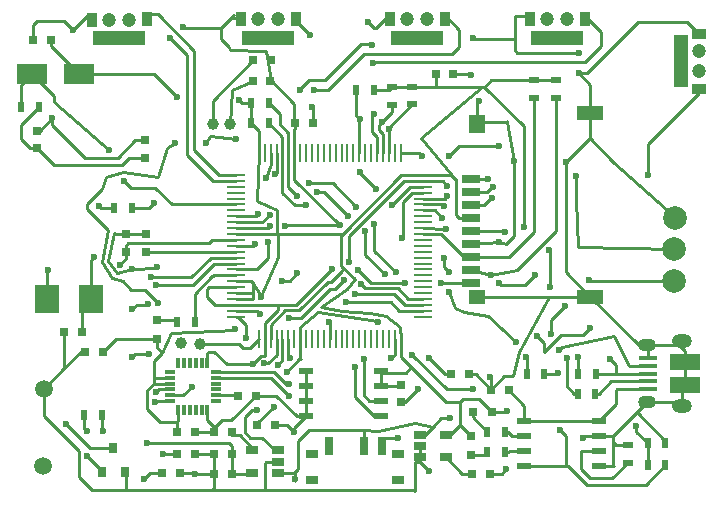
<source format=gbr>
G04 #@! TF.FileFunction,Copper,L1,Top,Signal*
%FSLAX46Y46*%
G04 Gerber Fmt 4.6, Leading zero omitted, Abs format (unit mm)*
G04 Created by KiCad (PCBNEW 4.0.4-stable) date Tue Feb 14 10:30:05 2017*
%MOMM*%
%LPD*%
G01*
G04 APERTURE LIST*
%ADD10C,0.250000*%
%ADD11R,0.750000X0.800000*%
%ADD12R,0.800000X0.750000*%
%ADD13R,2.200000X1.200000*%
%ADD14R,1.400000X1.600000*%
%ADD15R,1.400000X1.200000*%
%ADD16R,1.600000X0.700000*%
%ADD17R,2.500000X1.800000*%
%ADD18R,0.800000X0.800000*%
%ADD19R,1.650000X0.400000*%
%ADD20O,1.500000X1.100000*%
%ADD21O,1.700000X1.200000*%
%ADD22R,2.500000X1.430000*%
%ADD23C,2.000000*%
%ADD24C,1.500000*%
%ADD25C,1.000000*%
%ADD26R,0.500000X0.900000*%
%ADD27R,0.900000X0.500000*%
%ADD28C,1.200000*%
%ADD29R,0.900000X1.200000*%
%ADD30R,4.500000X1.300000*%
%ADD31R,1.200000X0.900000*%
%ADD32R,1.300000X4.500000*%
%ADD33R,0.700000X1.500000*%
%ADD34R,1.000000X0.800000*%
%ADD35R,1.143000X0.508000*%
%ADD36R,1.060000X0.650000*%
%ADD37R,1.500000X0.280000*%
%ADD38R,0.280000X1.500000*%
%ADD39R,0.300000X0.850000*%
%ADD40R,0.850000X0.300000*%
%ADD41R,2.000000X2.400000*%
%ADD42R,0.800000X0.900000*%
%ADD43C,0.600000*%
G04 APERTURE END LIST*
D10*
D11*
X111780000Y-62710000D03*
X111780000Y-61210000D03*
X102620000Y-61890000D03*
X102620000Y-60390000D03*
D12*
X137690000Y-81020000D03*
X139190000Y-81020000D03*
D11*
X110150000Y-70670000D03*
X110150000Y-69170000D03*
D12*
X126022800Y-59720480D03*
X124522800Y-59720480D03*
X106470000Y-77420000D03*
X104970000Y-77420000D03*
D11*
X111860000Y-70660000D03*
X111860000Y-69160000D03*
D12*
X142583600Y-82316320D03*
X141083600Y-82316320D03*
X113250000Y-89390000D03*
X114750000Y-89390000D03*
X121310000Y-85270000D03*
X122810000Y-85270000D03*
X108240000Y-79130000D03*
X106740000Y-79130000D03*
X103790000Y-52690000D03*
X102290000Y-52690000D03*
X139458000Y-89428320D03*
X140958000Y-89428320D03*
X119130000Y-85910000D03*
X117630000Y-85910000D03*
X119130000Y-89410000D03*
X117630000Y-89410000D03*
X117630000Y-87760000D03*
X119130000Y-87760000D03*
X122410000Y-56140000D03*
X120910000Y-56140000D03*
X136400000Y-55550000D03*
X137900000Y-55550000D03*
D11*
X133500000Y-81890000D03*
X133500000Y-83390000D03*
D12*
X122430000Y-54420000D03*
X120930000Y-54420000D03*
X119646000Y-82804000D03*
X121146000Y-82804000D03*
X114510000Y-87750000D03*
X116010000Y-87750000D03*
X116020000Y-85890000D03*
X114520000Y-85890000D03*
D13*
X149485400Y-58925000D03*
X149485400Y-74425000D03*
D14*
X139885400Y-59825000D03*
D15*
X139885400Y-74425000D03*
D16*
X139385400Y-73275000D03*
X139385400Y-71075000D03*
X139385400Y-72175000D03*
X139385400Y-69975000D03*
X139385400Y-68875000D03*
X139385400Y-67775000D03*
X139385400Y-64475000D03*
X139385400Y-65575000D03*
X139385400Y-66675000D03*
D17*
X102220000Y-55600000D03*
X106220000Y-55600000D03*
D18*
X141170560Y-84185760D03*
X139570560Y-84185760D03*
X139374880Y-86210240D03*
X139374880Y-87810240D03*
X112776000Y-78016000D03*
X112776000Y-76416000D03*
D19*
X154405200Y-82242180D03*
X154405200Y-81592180D03*
X154405200Y-80942180D03*
X154405200Y-80292180D03*
X154405200Y-79642180D03*
D20*
X154285200Y-83362180D03*
X154285200Y-78522180D03*
D21*
X157285200Y-83672180D03*
X157285200Y-78212180D03*
D22*
X157525200Y-81902180D03*
X157525200Y-79982180D03*
D23*
X156630000Y-67780000D03*
D24*
X103150000Y-88740000D03*
D25*
X114800000Y-78400000D03*
X116450000Y-78450000D03*
D24*
X103210000Y-82260000D03*
D23*
X156600000Y-73150000D03*
X156600000Y-70440000D03*
D26*
X101300000Y-58340000D03*
X102800000Y-58340000D03*
X144111280Y-80954880D03*
X145611280Y-80954880D03*
X148459760Y-80954880D03*
X149959760Y-80954880D03*
X148419120Y-82646520D03*
X149919120Y-82646520D03*
D27*
X152664160Y-88491760D03*
X152664160Y-86991760D03*
D26*
X155852560Y-86847680D03*
X154352560Y-86847680D03*
X154352560Y-88696800D03*
X155852560Y-88696800D03*
X142258480Y-85852000D03*
X140758480Y-85852000D03*
X142258480Y-87619840D03*
X140758480Y-87619840D03*
X110690000Y-66890000D03*
X109190000Y-66890000D03*
X106640000Y-84470000D03*
X108140000Y-84470000D03*
X114480000Y-76600000D03*
X115980000Y-76600000D03*
X120758520Y-58011060D03*
X122258520Y-58011060D03*
X120758520Y-59756040D03*
X122258520Y-59756040D03*
D27*
X134432040Y-56643840D03*
X134432040Y-58143840D03*
X132709920Y-56674320D03*
X132709920Y-58174320D03*
D26*
X131143440Y-56921400D03*
X129643440Y-56921400D03*
D27*
X144729200Y-56079960D03*
X144729200Y-57579960D03*
X146601180Y-56079960D03*
X146601180Y-57579960D03*
D28*
X147550000Y-50950000D03*
D29*
X149010000Y-50930000D03*
X144390000Y-50950000D03*
D28*
X145850000Y-50950000D03*
D30*
X146690000Y-52510000D03*
D28*
X135700000Y-50950000D03*
D29*
X137160000Y-50930000D03*
X132540000Y-50950000D03*
D28*
X134000000Y-50950000D03*
D30*
X134840000Y-52510000D03*
D28*
X110470000Y-50980000D03*
D29*
X111930000Y-50960000D03*
X107310000Y-50980000D03*
D28*
X108770000Y-50980000D03*
D30*
X109610000Y-52540000D03*
D28*
X123070000Y-50950000D03*
D29*
X124530000Y-50930000D03*
X119910000Y-50950000D03*
D28*
X121370000Y-50950000D03*
D30*
X122210000Y-52510000D03*
D28*
X158710000Y-55370000D03*
D31*
X158730000Y-56830000D03*
X158710000Y-52210000D03*
D28*
X158710000Y-53670000D03*
D32*
X157150000Y-54510000D03*
D33*
X127350000Y-87080000D03*
X130350000Y-87080000D03*
X131850000Y-87080000D03*
D34*
X125950000Y-89940000D03*
X133250000Y-89940000D03*
X133250000Y-87730000D03*
X125950000Y-87730000D03*
D35*
X143891000Y-88734900D03*
X143891000Y-87464900D03*
X143891000Y-86194900D03*
X143891000Y-84924900D03*
X150241000Y-84924900D03*
X150241000Y-86194900D03*
X150241000Y-87464900D03*
X150241000Y-88734900D03*
D36*
X135038920Y-86131360D03*
X135038920Y-87081360D03*
X135038920Y-88031360D03*
X137238920Y-88031360D03*
X137238920Y-86131360D03*
D37*
X119526720Y-64129400D03*
X119526720Y-64629400D03*
X119526720Y-65129400D03*
X119526720Y-65629400D03*
X119526720Y-66129400D03*
X119526720Y-66629400D03*
X119526720Y-67129400D03*
X119526720Y-67629400D03*
X119526720Y-68129400D03*
X119526720Y-68629400D03*
X119526720Y-69129400D03*
X119526720Y-69629400D03*
X119526720Y-70129400D03*
X119526720Y-70629400D03*
X119526720Y-71129400D03*
X119526720Y-71629400D03*
X119526720Y-72129400D03*
X119526720Y-72629400D03*
X119526720Y-73129400D03*
X119526720Y-73629400D03*
X119526720Y-74129400D03*
X119526720Y-74629400D03*
X119526720Y-75129400D03*
X119526720Y-75629400D03*
X119526720Y-76129400D03*
D38*
X121426720Y-78029400D03*
X121926720Y-78029400D03*
X122426720Y-78029400D03*
X122926720Y-78029400D03*
X123426720Y-78029400D03*
X123926720Y-78029400D03*
X124426720Y-78029400D03*
X124926720Y-78029400D03*
X125426720Y-78029400D03*
X125926720Y-78029400D03*
X126426720Y-78029400D03*
X126926720Y-78029400D03*
X127426720Y-78029400D03*
X127926720Y-78029400D03*
X128426720Y-78029400D03*
X128926720Y-78029400D03*
X129426720Y-78029400D03*
X129926720Y-78029400D03*
X130426720Y-78029400D03*
X130926720Y-78029400D03*
X131426720Y-78029400D03*
X131926720Y-78029400D03*
X132426720Y-78029400D03*
X132926720Y-78029400D03*
X133426720Y-78029400D03*
D37*
X135326720Y-76129400D03*
X135326720Y-75629400D03*
X135326720Y-75129400D03*
X135326720Y-74629400D03*
X135326720Y-74129400D03*
X135326720Y-73629400D03*
X135326720Y-73129400D03*
X135326720Y-72629400D03*
X135326720Y-72129400D03*
X135326720Y-71629400D03*
X135326720Y-71129400D03*
X135326720Y-70629400D03*
X135326720Y-70129400D03*
X135326720Y-69629400D03*
X135326720Y-69129400D03*
X135326720Y-68629400D03*
X135326720Y-68129400D03*
X135326720Y-67629400D03*
X135326720Y-67129400D03*
X135326720Y-66629400D03*
X135326720Y-66129400D03*
X135326720Y-65629400D03*
X135326720Y-65129400D03*
X135326720Y-64629400D03*
X135326720Y-64129400D03*
D38*
X133426720Y-62229400D03*
X132926720Y-62229400D03*
X132426720Y-62229400D03*
X131926720Y-62229400D03*
X131426720Y-62229400D03*
X130926720Y-62229400D03*
X130426720Y-62229400D03*
X129926720Y-62229400D03*
X129426720Y-62229400D03*
X128926720Y-62229400D03*
X128426720Y-62229400D03*
X127926720Y-62229400D03*
X127426720Y-62229400D03*
X126926720Y-62229400D03*
X126426720Y-62229400D03*
X125926720Y-62229400D03*
X125426720Y-62229400D03*
X124926720Y-62229400D03*
X124426720Y-62229400D03*
X123926720Y-62229400D03*
X123426720Y-62229400D03*
X122926720Y-62229400D03*
X122426720Y-62229400D03*
X121926720Y-62229400D03*
X121426720Y-62229400D03*
D36*
X123060000Y-89350000D03*
X123060000Y-88400000D03*
X123060000Y-87450000D03*
X120860000Y-87450000D03*
X120860000Y-89350000D03*
D35*
X131755000Y-80745000D03*
X131755000Y-82015000D03*
X131755000Y-83285000D03*
X131755000Y-84555000D03*
X125405000Y-84555000D03*
X125405000Y-83285000D03*
X125405000Y-82015000D03*
X125405000Y-80745000D03*
D39*
X117074000Y-80092000D03*
X116574000Y-80092000D03*
X116074000Y-80092000D03*
X115574000Y-80092000D03*
X115074000Y-80092000D03*
X114574000Y-80092000D03*
D40*
X113874000Y-80792000D03*
X113874000Y-81292000D03*
X113874000Y-81792000D03*
X113874000Y-82292000D03*
X113874000Y-82792000D03*
X113874000Y-83292000D03*
D39*
X114574000Y-83992000D03*
X115074000Y-83992000D03*
X115574000Y-83992000D03*
X116074000Y-83992000D03*
X116574000Y-83992000D03*
X117074000Y-83992000D03*
D40*
X117774000Y-83292000D03*
X117774000Y-82792000D03*
X117774000Y-82292000D03*
X117774000Y-81792000D03*
X117774000Y-81292000D03*
X117774000Y-80792000D03*
D41*
X103530000Y-74600000D03*
X107230000Y-74600000D03*
D25*
X119020000Y-59790000D03*
X117520000Y-59790000D03*
D42*
X108170000Y-89280000D03*
X110070000Y-89280000D03*
X109120000Y-87280000D03*
D43*
X140050000Y-57850000D03*
X139350000Y-55700000D03*
X103900000Y-59350000D03*
X112030000Y-75090000D03*
X110720000Y-75500000D03*
X110690000Y-72100000D03*
X112780000Y-71930000D03*
X120900000Y-80120000D03*
X115760000Y-82050000D03*
X142372080Y-89062560D03*
X105700000Y-51860000D03*
X114970000Y-51580000D03*
X130700000Y-51190000D03*
X139560000Y-52560000D03*
X148530000Y-55540000D03*
X148500000Y-53780000D03*
X134920000Y-82240000D03*
X141020000Y-81260000D03*
X124420000Y-85920000D03*
X116060000Y-89440000D03*
X135834120Y-89199720D03*
X148833840Y-86365080D03*
X141792960Y-69819520D03*
X137383520Y-65024000D03*
X142991840Y-62931440D03*
X147401280Y-63052960D03*
X123657360Y-68437760D03*
X122346720Y-68453000D03*
X128305560Y-68407280D03*
X129021840Y-71501000D03*
X127635000Y-72095360D03*
X135800000Y-79650000D03*
X132610000Y-79650000D03*
X103540000Y-72180000D03*
X109700000Y-71730000D03*
X125928120Y-58353960D03*
X129950000Y-63900000D03*
X131338320Y-65303400D03*
X132725160Y-66644520D03*
X107510000Y-71050000D03*
X121130000Y-70000000D03*
X111740000Y-89860000D03*
X124460000Y-89860000D03*
X137617200Y-84734400D03*
X146944080Y-85755480D03*
X122670000Y-83760000D03*
X123810000Y-80790000D03*
X139578080Y-82275680D03*
X153395680Y-85364320D03*
X131550000Y-76610000D03*
X134420000Y-79350000D03*
X114480000Y-57510000D03*
X119750000Y-57790000D03*
X121650000Y-74450000D03*
X119440000Y-77200000D03*
X146141440Y-77581760D03*
X147340320Y-75184000D03*
X146060160Y-73578720D03*
X146019520Y-70510400D03*
X143865600Y-68498720D03*
X142422880Y-84124800D03*
X144068800Y-79573120D03*
X111930000Y-86810000D03*
X121360000Y-67420000D03*
X122330000Y-67530000D03*
X112720000Y-82510000D03*
X113290000Y-87740000D03*
X136855200Y-73289160D03*
X133776720Y-73258680D03*
X129799080Y-72161400D03*
X128625600Y-73060560D03*
X123946920Y-76215240D03*
X121523760Y-75925680D03*
X137261600Y-68681600D03*
X141061440Y-72583040D03*
X142247620Y-68958460D03*
X131206240Y-58991500D03*
X132427980Y-60198000D03*
X140817600Y-64442340D03*
X131823460Y-59618880D03*
X141241780Y-65186560D03*
X129959100Y-59425840D03*
X141150340Y-66088260D03*
X108770000Y-62020000D03*
X110010000Y-64620000D03*
X146751040Y-80893920D03*
X151180800Y-79735680D03*
X146837400Y-78943200D03*
X136946640Y-67757040D03*
X133220000Y-86390000D03*
X112525000Y-66515000D03*
X129600000Y-74210000D03*
X123400000Y-73090000D03*
X124690000Y-72440000D03*
X130110000Y-73400000D03*
X112760000Y-73460000D03*
X112280000Y-72740000D03*
X128790000Y-74900000D03*
X112900000Y-75000000D03*
X114330000Y-61460000D03*
X116920000Y-61390000D03*
X119530000Y-61110000D03*
X122240000Y-69830000D03*
X120350000Y-77900000D03*
X149350000Y-73010000D03*
X144780000Y-72640000D03*
X141790000Y-73310000D03*
X133540000Y-69450000D03*
X135260000Y-62500000D03*
X137560000Y-62510000D03*
X141790000Y-61680000D03*
X148300000Y-64220000D03*
X106900000Y-87940000D03*
X106880000Y-85850000D03*
X107900000Y-66800000D03*
X105100000Y-85220000D03*
X148437600Y-79522320D03*
X137388600Y-65897760D03*
X137083800Y-66796920D03*
X147477480Y-79629000D03*
X124070000Y-79610000D03*
X112090000Y-79270000D03*
X110680000Y-79550000D03*
X108240000Y-85770000D03*
X123952000Y-82804000D03*
X124660000Y-65880000D03*
X125660000Y-64820000D03*
X129680000Y-66830000D03*
X131170000Y-68320000D03*
X133010000Y-72380000D03*
X130300000Y-79690000D03*
X123952000Y-81788000D03*
X129600000Y-80430000D03*
X132080000Y-72540000D03*
X130450000Y-68840000D03*
X129010000Y-67580000D03*
X126390000Y-65550000D03*
X125420000Y-66670000D03*
X122800000Y-64080000D03*
X124940000Y-56970000D03*
X131090000Y-54680000D03*
X131040000Y-53110000D03*
X126130000Y-56940000D03*
X122000000Y-64370000D03*
X125720000Y-52280000D03*
X113930000Y-52530000D03*
X127330000Y-76570000D03*
X137100000Y-71140000D03*
X137550000Y-72340000D03*
X137550000Y-74040000D03*
X143160000Y-78290000D03*
X145010000Y-77760000D03*
X149450000Y-77090000D03*
X154400000Y-64150000D03*
X112620000Y-83320000D03*
X121870000Y-80090000D03*
X121250000Y-84030000D03*
X123050000Y-80180000D03*
D10*
X111780000Y-62710000D02*
X110420000Y-62710000D01*
X104050000Y-63320000D02*
X102620000Y-61890000D01*
X109810000Y-63320000D02*
X104050000Y-63320000D01*
X110420000Y-62710000D02*
X109810000Y-63320000D01*
X102620000Y-61890000D02*
X102080000Y-61890000D01*
X101270000Y-59870000D02*
X102800000Y-58340000D01*
X101270000Y-61080000D02*
X101270000Y-59870000D01*
X102080000Y-61890000D02*
X101270000Y-61080000D01*
X119080000Y-50880000D02*
X119840000Y-50880000D01*
X119840000Y-50880000D02*
X119910000Y-50950000D01*
X137900000Y-55550000D02*
X139200000Y-55550000D01*
X139885400Y-58014600D02*
X139885400Y-59825000D01*
X140050000Y-57850000D02*
X139885400Y-58014600D01*
X139200000Y-55550000D02*
X139350000Y-55700000D01*
X106740000Y-79130000D02*
X106340000Y-79130000D01*
X106340000Y-79130000D02*
X104970000Y-80500000D01*
X104970000Y-77420000D02*
X104970000Y-80500000D01*
X104970000Y-80500000D02*
X103210000Y-82260000D01*
X111780000Y-61210000D02*
X110980000Y-61210000D01*
X103900000Y-59920000D02*
X103900000Y-59350000D01*
X106710000Y-62730000D02*
X103900000Y-59920000D01*
X109460000Y-62730000D02*
X106710000Y-62730000D01*
X110980000Y-61210000D02*
X109460000Y-62730000D01*
X102620000Y-60390000D02*
X102860000Y-60390000D01*
X102860000Y-60390000D02*
X103900000Y-59350000D01*
X102290000Y-52690000D02*
X102290000Y-51460000D01*
X104920000Y-51080000D02*
X105700000Y-51860000D01*
X102670000Y-51080000D02*
X104920000Y-51080000D01*
X102290000Y-51460000D02*
X102670000Y-51080000D01*
X110690000Y-72100000D02*
X109380000Y-72470000D01*
X109250000Y-69160000D02*
X111860000Y-69160000D01*
X109160000Y-69070000D02*
X109250000Y-69160000D01*
X108680000Y-71380000D02*
X109160000Y-69070000D01*
X109380000Y-72470000D02*
X108680000Y-71380000D01*
X112020000Y-75100000D02*
X112030000Y-75090000D01*
X111120000Y-75100000D02*
X112020000Y-75100000D01*
X110720000Y-75500000D02*
X111120000Y-75100000D01*
X112730000Y-71980000D02*
X110690000Y-72100000D01*
X112780000Y-71930000D02*
X112730000Y-71980000D01*
X110200000Y-90810000D02*
X110200000Y-89410000D01*
X110200000Y-89410000D02*
X110070000Y-89280000D01*
X148530000Y-55540000D02*
X149200000Y-55540000D01*
X157710000Y-51210000D02*
X158710000Y-52210000D01*
X153530000Y-51210000D02*
X157710000Y-51210000D01*
X149200000Y-55540000D02*
X153530000Y-51210000D01*
X114750000Y-89390000D02*
X116010000Y-89390000D01*
X116010000Y-89390000D02*
X116060000Y-89440000D01*
X116010000Y-87750000D02*
X117620000Y-87750000D01*
X117620000Y-87750000D02*
X117630000Y-87760000D01*
X116020000Y-85890000D02*
X117610000Y-85890000D01*
X117610000Y-85890000D02*
X117630000Y-85910000D01*
X117074000Y-80092000D02*
X117074000Y-79236000D01*
X118690000Y-80120000D02*
X120900000Y-80120000D01*
X117670000Y-79100000D02*
X118690000Y-80120000D01*
X117210000Y-79100000D02*
X117670000Y-79100000D01*
X117074000Y-79236000D02*
X117210000Y-79100000D01*
X113874000Y-82792000D02*
X115018000Y-82792000D01*
X121953436Y-79360000D02*
X121953436Y-78056116D01*
X121966718Y-79373282D02*
X121953436Y-79360000D01*
X121976718Y-79373282D02*
X121966718Y-79373282D01*
X121930000Y-79420000D02*
X121976718Y-79373282D01*
X121600000Y-79420000D02*
X121930000Y-79420000D01*
X120900000Y-80120000D02*
X121600000Y-79420000D01*
X115018000Y-82792000D02*
X115760000Y-82050000D01*
X121953436Y-78056116D02*
X121926720Y-78029400D01*
X122810000Y-85270000D02*
X123770000Y-85270000D01*
X123770000Y-85270000D02*
X124420000Y-85920000D01*
X117630000Y-85910000D02*
X117630000Y-85540000D01*
X117630000Y-85540000D02*
X118270000Y-84900000D01*
X119050000Y-84900000D02*
X121146000Y-82804000D01*
X118270000Y-84900000D02*
X119050000Y-84900000D01*
X117630000Y-85910000D02*
X117630000Y-85470000D01*
X117074000Y-84914000D02*
X117074000Y-83992000D01*
X117630000Y-85470000D02*
X117074000Y-84914000D01*
X121146000Y-82804000D02*
X122884000Y-82804000D01*
X124635000Y-84555000D02*
X125405000Y-84555000D01*
X122884000Y-82804000D02*
X124635000Y-84555000D01*
X119080000Y-50880000D02*
X119620000Y-50880000D01*
X119620000Y-50880000D02*
X119830000Y-50670000D01*
X118240000Y-51720000D02*
X118240000Y-52610000D01*
X118970000Y-53530000D02*
X122010000Y-53640000D01*
X118930000Y-53300000D02*
X118970000Y-53530000D01*
X118240000Y-52610000D02*
X118930000Y-53300000D01*
X119350000Y-50610000D02*
X119080000Y-50880000D01*
X119080000Y-50880000D02*
X118240000Y-51720000D01*
X105700000Y-51860000D02*
X107000000Y-50560000D01*
X115110000Y-51720000D02*
X114970000Y-51580000D01*
X118240000Y-51720000D02*
X115110000Y-51720000D01*
X107000000Y-50560000D02*
X107340000Y-50560000D01*
X143080000Y-52580000D02*
X139580000Y-52580000D01*
X131350000Y-51690000D02*
X132480000Y-50560000D01*
X131200000Y-51690000D02*
X131350000Y-51690000D01*
X130700000Y-51190000D02*
X131200000Y-51690000D01*
X139580000Y-52580000D02*
X139560000Y-52560000D01*
X144390000Y-50670000D02*
X143150000Y-50670000D01*
X149485400Y-56495400D02*
X149485400Y-58925000D01*
X148530000Y-55540000D02*
X149485400Y-56495400D01*
X143300000Y-53780000D02*
X148500000Y-53780000D01*
X143080000Y-53560000D02*
X143300000Y-53780000D01*
X143080000Y-50740000D02*
X143080000Y-52580000D01*
X143080000Y-52580000D02*
X143080000Y-53560000D01*
X143150000Y-50670000D02*
X143080000Y-50740000D01*
X122010000Y-53640000D02*
X122430000Y-56120000D01*
X122430000Y-56120000D02*
X124400000Y-58090000D01*
X124400000Y-58090000D02*
X124400000Y-59597680D01*
X124400000Y-59597680D02*
X124522800Y-59720480D01*
X149485400Y-60960000D02*
X151430000Y-63030000D01*
X151430000Y-63030000D02*
X156690000Y-67700000D01*
X142476430Y-59611419D02*
X140098981Y-59611419D01*
X140098981Y-59611419D02*
X139885400Y-59825000D01*
X133500000Y-83390000D02*
X133770000Y-83390000D01*
X133770000Y-83390000D02*
X134920000Y-82240000D01*
X141020000Y-81260000D02*
X141083600Y-81323600D01*
X141083600Y-81323600D02*
X141083600Y-82316320D01*
X139190000Y-81020000D02*
X139787280Y-81020000D01*
X139787280Y-81020000D02*
X141083600Y-82316320D01*
X125405000Y-80745000D02*
X125405000Y-82015000D01*
X125405000Y-82015000D02*
X125405000Y-83285000D01*
X125405000Y-83285000D02*
X125405000Y-84555000D01*
X125405000Y-84555000D02*
X124390000Y-85570000D01*
X124390000Y-85570000D02*
X124390000Y-85890000D01*
X124390000Y-85890000D02*
X124420000Y-85920000D01*
X116060000Y-89440000D02*
X116090000Y-89410000D01*
X116090000Y-89410000D02*
X117630000Y-89410000D01*
X117630000Y-87760000D02*
X117630000Y-89410000D01*
X117630000Y-89410000D02*
X117630000Y-90630000D01*
X117630000Y-90630000D02*
X117450000Y-90810000D01*
X123060000Y-88400000D02*
X122040000Y-88400000D01*
X121940000Y-88500000D02*
X121940000Y-90810000D01*
X122040000Y-88400000D02*
X121940000Y-88500000D01*
X135038920Y-88404520D02*
X134665480Y-88404520D01*
X103210000Y-84550000D02*
X103210000Y-82260000D01*
X106200000Y-87540000D02*
X103210000Y-84550000D01*
X106200000Y-89740000D02*
X106200000Y-87540000D01*
X107270000Y-90810000D02*
X106200000Y-89740000D01*
X134490000Y-90810000D02*
X121940000Y-90810000D01*
X121940000Y-90810000D02*
X117450000Y-90810000D01*
X117450000Y-90810000D02*
X110200000Y-90810000D01*
X110200000Y-90810000D02*
X107270000Y-90810000D01*
X134610000Y-90930000D02*
X134490000Y-90810000D01*
X134610000Y-88460000D02*
X134610000Y-90930000D01*
X134665480Y-88404520D02*
X134610000Y-88460000D01*
X135038920Y-88404520D02*
X135038920Y-87081360D01*
X135834120Y-89199720D02*
X135038920Y-88404520D01*
X135038920Y-87081360D02*
X135008440Y-87111840D01*
X140958000Y-89428320D02*
X142006320Y-89428320D01*
X149004020Y-86194900D02*
X150241000Y-86194900D01*
X148833840Y-86365080D02*
X149004020Y-86194900D01*
X142006320Y-89428320D02*
X142372080Y-89062560D01*
X155852560Y-86847680D02*
X155852560Y-86642640D01*
X155852560Y-86642640D02*
X153428650Y-84218730D01*
X152664160Y-86991760D02*
X151670320Y-86991760D01*
X151670320Y-86991760D02*
X151452480Y-86773920D01*
X145980000Y-74430000D02*
X143480000Y-79090000D01*
X142221520Y-81178400D02*
X141083600Y-82316320D01*
X142971520Y-81178400D02*
X142221520Y-81178400D01*
X143480000Y-79090000D02*
X142971520Y-81178400D01*
X150241000Y-88734900D02*
X151508460Y-88734900D01*
X151452480Y-88678920D02*
X151452480Y-86773920D01*
X151452480Y-86773920D02*
X151452480Y-86194900D01*
X151508460Y-88734900D02*
X151452480Y-88678920D01*
X150241000Y-86194900D02*
X151452480Y-86194900D01*
X151452480Y-86194900D02*
X153428650Y-84218730D01*
X153428650Y-84218730D02*
X154285200Y-83362180D01*
X124522800Y-59720480D02*
X124522800Y-60186000D01*
X124426720Y-60282080D02*
X124426720Y-62229400D01*
X124522800Y-60186000D02*
X124426720Y-60282080D01*
X154285200Y-78522180D02*
X153582580Y-78522180D01*
X153582580Y-78522180D02*
X149485400Y-74425000D01*
X154405200Y-79642180D02*
X154405200Y-78642180D01*
X154405200Y-78642180D02*
X154285200Y-78522180D01*
X154285200Y-78522180D02*
X156975200Y-78522180D01*
X156975200Y-78522180D02*
X157525200Y-79072180D01*
X157525200Y-79072180D02*
X157525200Y-81902180D01*
X157525200Y-81902180D02*
X157285200Y-82142180D01*
X157285200Y-82142180D02*
X157285200Y-83672180D01*
X157285200Y-83672180D02*
X156975200Y-83362180D01*
X156975200Y-83362180D02*
X154285200Y-83362180D01*
X135326720Y-64629400D02*
X136988920Y-64629400D01*
X137383520Y-65024000D02*
X136988920Y-64629400D01*
X139885400Y-74425000D02*
X145980000Y-74430000D01*
X145980000Y-74430000D02*
X149485400Y-74425000D01*
X149485400Y-74425000D02*
X147401280Y-72340880D01*
X147401280Y-72340880D02*
X147401280Y-63052960D01*
X149485400Y-58925000D02*
X149485400Y-60960000D01*
X149485400Y-60960000D02*
X149485400Y-60968840D01*
X147401280Y-63052960D02*
X149485400Y-60968840D01*
X139385400Y-69975000D02*
X141792960Y-69819520D01*
X141792960Y-69819520D02*
X142328360Y-69975000D01*
X142328360Y-69975000D02*
X142991840Y-69311520D01*
X142991840Y-69311520D02*
X142991840Y-62931440D01*
X142991840Y-62931440D02*
X142476430Y-59611419D01*
X142476430Y-59611419D02*
X142470000Y-59570000D01*
X119526720Y-68629400D02*
X122170320Y-68629400D01*
X123687840Y-68407280D02*
X128305560Y-68407280D01*
X123657360Y-68437760D02*
X123687840Y-68407280D01*
X122170320Y-68629400D02*
X122346720Y-68453000D01*
X121926720Y-78029400D02*
X121926720Y-76660640D01*
X123017280Y-75570080D02*
X123017280Y-75129400D01*
X121926720Y-76660640D02*
X123017280Y-75570080D01*
X124426720Y-62229400D02*
X124426720Y-64528440D01*
X124426720Y-64528440D02*
X128305560Y-68407280D01*
X119526720Y-75129400D02*
X123017280Y-75129400D01*
X123017280Y-75129400D02*
X124600960Y-75129400D01*
X133721740Y-64629400D02*
X135326720Y-64629400D01*
X129075180Y-69275960D02*
X133721740Y-64629400D01*
X129075180Y-71447660D02*
X129075180Y-69275960D01*
X129021840Y-71501000D02*
X129075180Y-71447660D01*
X124600960Y-75129400D02*
X127635000Y-72095360D01*
X119526720Y-75129400D02*
X117699800Y-75129400D01*
X117236360Y-73629400D02*
X119526720Y-73629400D01*
X117038120Y-73827640D02*
X117236360Y-73629400D01*
X117038120Y-74467720D02*
X117038120Y-73827640D01*
X117699800Y-75129400D02*
X117038120Y-74467720D01*
X132926720Y-78029400D02*
X132926720Y-79333280D01*
X137170000Y-81020000D02*
X137690000Y-81020000D01*
X135800000Y-79650000D02*
X137170000Y-81020000D01*
X132926720Y-79333280D02*
X132610000Y-79650000D01*
X110150000Y-70670000D02*
X110150000Y-71240000D01*
X103530000Y-72190000D02*
X103530000Y-74600000D01*
X103540000Y-72180000D02*
X103530000Y-72190000D01*
X109700000Y-71690000D02*
X109700000Y-71730000D01*
X110150000Y-71240000D02*
X109700000Y-71690000D01*
X110150000Y-70670000D02*
X110150000Y-70140000D01*
X117480600Y-69629400D02*
X119526720Y-69629400D01*
X117200000Y-69910000D02*
X117480600Y-69629400D01*
X110380000Y-69910000D02*
X117200000Y-69910000D01*
X110150000Y-70140000D02*
X110380000Y-69910000D01*
X135326720Y-65129400D02*
X134240280Y-65129400D01*
X126022800Y-58448640D02*
X126022800Y-59720480D01*
X125928120Y-58353960D02*
X126022800Y-58448640D01*
X129890520Y-63855600D02*
X129950000Y-63900000D01*
X131338320Y-65303400D02*
X129890520Y-63855600D01*
X134240280Y-65129400D02*
X132725160Y-66644520D01*
X106470000Y-77420000D02*
X106470000Y-75360000D01*
X106470000Y-75360000D02*
X107230000Y-74600000D01*
X107230000Y-71330000D02*
X107230000Y-74600000D01*
X107510000Y-71050000D02*
X107230000Y-71330000D01*
X119526720Y-70129400D02*
X121000600Y-70129400D01*
X121000600Y-70129400D02*
X121130000Y-70000000D01*
X119526720Y-70629400D02*
X111890600Y-70629400D01*
X111890600Y-70629400D02*
X111860000Y-70660000D01*
X142583600Y-82316320D02*
X142583600Y-82355120D01*
X142583600Y-82355120D02*
X143891000Y-83662520D01*
X143891000Y-83662520D02*
X143891000Y-84924900D01*
X143891000Y-84924900D02*
X150241000Y-84924900D01*
X150241000Y-84924900D02*
X151668480Y-83497420D01*
X151668480Y-83497420D02*
X151668480Y-82341720D01*
X151668480Y-82341720D02*
X151768020Y-82242180D01*
X151768020Y-82242180D02*
X154405200Y-82242180D01*
X113250000Y-89390000D02*
X112210000Y-89390000D01*
X112210000Y-89390000D02*
X111740000Y-89860000D01*
X124460000Y-90040000D02*
X124460000Y-89860000D01*
X124460000Y-89350000D02*
X124460000Y-90040000D01*
X111740000Y-89860000D02*
X111760000Y-89860000D01*
X123060000Y-89350000D02*
X124460000Y-89350000D01*
X124460000Y-89350000D02*
X124380000Y-89350000D01*
X125660000Y-85750000D02*
X130350000Y-85750000D01*
X124720000Y-86690000D02*
X125660000Y-85750000D01*
X124720000Y-89010000D02*
X124720000Y-86690000D01*
X124380000Y-89350000D02*
X124720000Y-89010000D01*
X130350000Y-87080000D02*
X130350000Y-85750000D01*
X134610000Y-85110000D02*
X136154800Y-85434800D01*
X131540000Y-85800000D02*
X134610000Y-85110000D01*
X130350000Y-85750000D02*
X131540000Y-85800000D01*
X135038920Y-86131360D02*
X135458240Y-86131360D01*
X135458240Y-86131360D02*
X136154800Y-85434800D01*
X136154800Y-85434800D02*
X136855200Y-84734400D01*
X136855200Y-84734400D02*
X137617200Y-84734400D01*
X146944080Y-85755480D02*
X147462240Y-86273640D01*
X147462240Y-86273640D02*
X147462240Y-88734900D01*
X143891000Y-88734900D02*
X147462240Y-88734900D01*
X147462240Y-88734900D02*
X147561300Y-88734900D01*
X154206640Y-90342720D02*
X155852560Y-88696800D01*
X149169120Y-90342720D02*
X154206640Y-90342720D01*
X147561300Y-88734900D02*
X149169120Y-90342720D01*
X121310000Y-85270000D02*
X121310000Y-85120000D01*
X121310000Y-85120000D02*
X122670000Y-83760000D01*
X123810000Y-80790000D02*
X124860000Y-79740000D01*
X124860000Y-79740000D02*
X124970000Y-79740000D01*
X124970000Y-79740000D02*
X124926720Y-79696720D01*
X124926720Y-79696720D02*
X124926720Y-78029400D01*
X139578080Y-82275680D02*
X137345680Y-82275680D01*
X153395680Y-85890800D02*
X153395680Y-85364320D01*
X154352560Y-86847680D02*
X153395680Y-85890800D01*
X124926720Y-76993280D02*
X124926720Y-78029400D01*
X126410000Y-75750000D02*
X124926720Y-76993280D01*
X131450000Y-76510000D02*
X126410000Y-75750000D01*
X131550000Y-76610000D02*
X131450000Y-76510000D01*
X137345680Y-82275680D02*
X134420000Y-79350000D01*
X154352560Y-88696800D02*
X154352560Y-86847680D01*
X136400000Y-55550000D02*
X136400000Y-56643840D01*
X136400000Y-56643840D02*
X136400000Y-56500000D01*
X112776000Y-78016000D02*
X109354000Y-78016000D01*
X109354000Y-78016000D02*
X108240000Y-79130000D01*
X120758520Y-58011060D02*
X119971060Y-58011060D01*
X112570000Y-55600000D02*
X106220000Y-55600000D01*
X114480000Y-57510000D02*
X112570000Y-55600000D01*
X119971060Y-58011060D02*
X119750000Y-57790000D01*
X103790000Y-52690000D02*
X103790000Y-53170000D01*
X103790000Y-53170000D02*
X106220000Y-55600000D01*
X112776000Y-78016000D02*
X112776000Y-78726000D01*
X112776000Y-78726000D02*
X113220000Y-79170000D01*
X112508000Y-81400000D02*
X112508000Y-79882000D01*
X121650070Y-74449930D02*
X121650070Y-74370070D01*
X121650000Y-74450000D02*
X121650070Y-74449930D01*
X119380000Y-77260000D02*
X119440000Y-77200000D01*
X113950000Y-77500000D02*
X119380000Y-77260000D01*
X112508000Y-79882000D02*
X113220000Y-79170000D01*
X113220000Y-79170000D02*
X113950000Y-77500000D01*
X114520000Y-85890000D02*
X114520000Y-85000000D01*
X114520000Y-85000000D02*
X114574000Y-84946000D01*
X112508000Y-81792000D02*
X112508000Y-81400000D01*
X112508000Y-81400000D02*
X112508000Y-81332000D01*
X112548000Y-81292000D02*
X113874000Y-81292000D01*
X112508000Y-81332000D02*
X112548000Y-81292000D01*
X114574000Y-83992000D02*
X114574000Y-84946000D01*
X112508000Y-81792000D02*
X113874000Y-81792000D01*
X111950000Y-82350000D02*
X112508000Y-81792000D01*
X111950000Y-83960000D02*
X111950000Y-82350000D01*
X113040000Y-85050000D02*
X111950000Y-83960000D01*
X114470000Y-85050000D02*
X113040000Y-85050000D01*
X114574000Y-84946000D02*
X114470000Y-85050000D01*
X131755000Y-82015000D02*
X133375000Y-82015000D01*
X133375000Y-82015000D02*
X133500000Y-81890000D01*
X131755000Y-82015000D02*
X131755000Y-80745000D01*
X131755000Y-80745000D02*
X131920000Y-80910000D01*
X131920000Y-80910000D02*
X133860000Y-80910000D01*
X133860000Y-80910000D02*
X134344560Y-80425440D01*
X138440160Y-83372960D02*
X137292080Y-83372960D01*
X133426720Y-79507600D02*
X133426720Y-78029400D01*
X137292080Y-83372960D02*
X134344560Y-80425440D01*
X134344560Y-80425440D02*
X133426720Y-79507600D01*
X137238920Y-86131360D02*
X137571520Y-86131360D01*
X137571520Y-86131360D02*
X138440160Y-85262720D01*
X140512800Y-56643840D02*
X140524800Y-56643840D01*
X146141440Y-76382880D02*
X146141440Y-77581760D01*
X147340320Y-75184000D02*
X146141440Y-76382880D01*
X146060160Y-70551040D02*
X146060160Y-73578720D01*
X146019520Y-70510400D02*
X146060160Y-70551040D01*
X143865600Y-59984640D02*
X143865600Y-68498720D01*
X140524800Y-56643840D02*
X143865600Y-59984640D01*
X139374880Y-86210240D02*
X139374880Y-86197440D01*
X139374880Y-86197440D02*
X138440160Y-85262720D01*
X138440160Y-85262720D02*
X138440160Y-83372960D01*
X138440160Y-83372960D02*
X138704320Y-83108800D01*
X138704320Y-83108800D02*
X140093600Y-83108800D01*
X140093600Y-83108800D02*
X141170560Y-84185760D01*
X141170560Y-84185760D02*
X142341600Y-84185760D01*
X142402560Y-84124800D02*
X142422880Y-84124800D01*
X142341600Y-84185760D02*
X142402560Y-84124800D01*
X144111280Y-79615600D02*
X144111280Y-80954880D01*
X144068800Y-79573120D02*
X144111280Y-79615600D01*
X120758520Y-58011060D02*
X120758520Y-59756040D01*
X120758520Y-59756040D02*
X121426720Y-60424240D01*
X121426720Y-60424240D02*
X121426720Y-62229400D01*
X138094720Y-64597280D02*
X135157042Y-60998742D01*
X135157042Y-60998742D02*
X140358560Y-56643840D01*
X139385400Y-67775000D02*
X138346360Y-67775000D01*
X137626840Y-64129400D02*
X135326720Y-64129400D01*
X138094720Y-64597280D02*
X137626840Y-64129400D01*
X138094720Y-67523360D02*
X138094720Y-64597280D01*
X138346360Y-67775000D02*
X138094720Y-67523360D01*
X134432040Y-56643840D02*
X140358560Y-56643840D01*
X140358560Y-56643840D02*
X140512800Y-56643840D01*
X140512800Y-56643840D02*
X140556680Y-56643840D01*
X140556680Y-56643840D02*
X141120560Y-56079960D01*
X141120560Y-56079960D02*
X146601180Y-56079960D01*
X134432040Y-56643840D02*
X132740400Y-56643840D01*
X132740400Y-56643840D02*
X132462840Y-56921400D01*
X132462840Y-56921400D02*
X131143440Y-56921400D01*
X128550000Y-72030000D02*
X128435100Y-72270620D01*
X122426720Y-76815960D02*
X122426720Y-78029400D01*
X123663278Y-75579402D02*
X122426720Y-76815960D01*
X124867238Y-75579402D02*
X123663278Y-75579402D01*
X127269240Y-73177400D02*
X124867238Y-75579402D01*
X127528320Y-73177400D02*
X127269240Y-73177400D01*
X128435100Y-72270620D02*
X127528320Y-73177400D01*
X133426720Y-78029400D02*
X133380000Y-76990000D01*
X133380000Y-76990000D02*
X132160000Y-76080000D01*
X132160000Y-76080000D02*
X130803653Y-75789545D01*
X130803653Y-75789545D02*
X128501549Y-75610121D01*
X128501549Y-75610121D02*
X126695276Y-75331658D01*
X126695276Y-75331658D02*
X128860000Y-73790000D01*
X128860000Y-73790000D02*
X129560000Y-72980000D01*
X129560000Y-72980000D02*
X128550000Y-72030000D01*
X128358900Y-69273420D02*
X128508760Y-69123560D01*
X128358900Y-71828660D02*
X128358900Y-69273420D01*
X128550000Y-72030000D02*
X128358900Y-71828660D01*
X123000260Y-69123560D02*
X128508760Y-69123560D01*
X133502920Y-64129400D02*
X135326720Y-64129400D01*
X128508760Y-69123560D02*
X133502920Y-64129400D01*
X123000260Y-69129400D02*
X123000260Y-69123560D01*
X123000260Y-69123560D02*
X122980000Y-67100000D01*
X121290000Y-66370000D02*
X121426720Y-62229400D01*
X122980000Y-67100000D02*
X121290000Y-66370000D01*
X120909080Y-73253600D02*
X120909080Y-73251060D01*
X120909080Y-73251060D02*
X121650070Y-74370070D01*
X123000260Y-69129400D02*
X119526720Y-69129400D01*
X123055380Y-69184520D02*
X123000260Y-69129400D01*
X121650070Y-74370070D02*
X123055380Y-71104760D01*
X123055380Y-71104760D02*
X123055380Y-69184520D01*
X120909080Y-74234040D02*
X120909080Y-73253600D01*
X120784880Y-73129400D02*
X119526720Y-73129400D01*
X120909080Y-73253600D02*
X120784880Y-73129400D01*
X119526720Y-74629400D02*
X120872640Y-74629400D01*
X120804440Y-74129400D02*
X119526720Y-74129400D01*
X120909080Y-74234040D02*
X120804440Y-74129400D01*
X120909080Y-74592960D02*
X120909080Y-74234040D01*
X120872640Y-74629400D02*
X120909080Y-74592960D01*
X139458000Y-89428320D02*
X138635880Y-89428320D01*
X138635880Y-89428320D02*
X137238920Y-88031360D01*
X120860000Y-87450000D02*
X120860000Y-87210000D01*
X120860000Y-87210000D02*
X119790000Y-86140000D01*
X119790000Y-86140000D02*
X119090000Y-86140000D01*
X111930000Y-86830000D02*
X111920000Y-86830000D01*
X111930000Y-86810000D02*
X111930000Y-86830000D01*
X116560000Y-86830000D02*
X111920000Y-86830000D01*
X111920000Y-86830000D02*
X111920000Y-86820000D01*
X119130000Y-87760000D02*
X119130000Y-87050000D01*
X116190000Y-86830000D02*
X116170000Y-86810000D01*
X118910000Y-86830000D02*
X116560000Y-86830000D01*
X116560000Y-86830000D02*
X116190000Y-86830000D01*
X119130000Y-87050000D02*
X118910000Y-86830000D01*
X119130000Y-87760000D02*
X119130000Y-89410000D01*
X119130000Y-89410000D02*
X120800000Y-89410000D01*
X120800000Y-89410000D02*
X120860000Y-89350000D01*
X119020000Y-59790000D02*
X119120000Y-56900000D01*
X119120000Y-56900000D02*
X120910000Y-56140000D01*
X121150600Y-67629400D02*
X119526720Y-67629400D01*
X121360000Y-67420000D02*
X121150600Y-67629400D01*
X117520000Y-59790000D02*
X117520000Y-57830000D01*
X117520000Y-57830000D02*
X120930000Y-54420000D01*
X122330000Y-67530000D02*
X121730600Y-68129400D01*
X121730600Y-68129400D02*
X119526720Y-68129400D01*
X117774000Y-82792000D02*
X119634000Y-82792000D01*
X119634000Y-82792000D02*
X119646000Y-82804000D01*
X114510000Y-87750000D02*
X113300000Y-87750000D01*
X112938000Y-82292000D02*
X113874000Y-82292000D01*
X112720000Y-82510000D02*
X112938000Y-82292000D01*
X113300000Y-87750000D02*
X113290000Y-87740000D01*
X119526720Y-75629400D02*
X121227480Y-75629400D01*
X136869360Y-73275000D02*
X139385400Y-73275000D01*
X136855200Y-73289160D02*
X136869360Y-73275000D01*
X130896360Y-73258680D02*
X133776720Y-73258680D01*
X129799080Y-72161400D02*
X130896360Y-73258680D01*
X127894080Y-73792080D02*
X128625600Y-73060560D01*
X127482600Y-73792080D02*
X127894080Y-73792080D01*
X125013720Y-76260960D02*
X127482600Y-73792080D01*
X123992640Y-76260960D02*
X125013720Y-76260960D01*
X123946920Y-76215240D02*
X123992640Y-76260960D01*
X121227480Y-75629400D02*
X121523760Y-75925680D01*
X139385400Y-71075000D02*
X142630440Y-71075000D01*
X144729200Y-68976240D02*
X144729200Y-57579960D01*
X142630440Y-71075000D02*
X144729200Y-68976240D01*
X139385400Y-71075000D02*
X138760920Y-71075000D01*
X138760920Y-71075000D02*
X136815320Y-69129400D01*
X136815320Y-69129400D02*
X135326720Y-69129400D01*
X141061440Y-72583040D02*
X143316960Y-72156320D01*
X146601180Y-68872100D02*
X146601180Y-57579960D01*
X143316960Y-72156320D02*
X146601180Y-68872100D01*
X139385400Y-72175000D02*
X141042760Y-72601720D01*
X137250040Y-68670040D02*
X135326720Y-68629400D01*
X137261600Y-68681600D02*
X137250040Y-68670040D01*
X141042760Y-72601720D02*
X141061440Y-72583040D01*
X131426720Y-62229400D02*
X131426720Y-60949340D01*
X142164160Y-68875000D02*
X139385400Y-68875000D01*
X142247620Y-68958460D02*
X142164160Y-68875000D01*
X131183380Y-58991500D02*
X131206240Y-58991500D01*
X131000500Y-59174380D02*
X131183380Y-58991500D01*
X131000500Y-60523120D02*
X131000500Y-59174380D01*
X131426720Y-60949340D02*
X131000500Y-60523120D01*
X132427980Y-60198000D02*
X132427980Y-60147900D01*
X132427980Y-60147900D02*
X134432040Y-58143840D01*
X139385400Y-64475000D02*
X140784940Y-64475000D01*
X132426720Y-60199260D02*
X132426720Y-62229400D01*
X132427980Y-60198000D02*
X132426720Y-60199260D01*
X140784940Y-64475000D02*
X140817600Y-64442340D01*
X131823460Y-59618880D02*
X131856480Y-59618880D01*
X132709920Y-58765440D02*
X132709920Y-58174320D01*
X131856480Y-59618880D02*
X132709920Y-58765440D01*
X139385400Y-65575000D02*
X140749200Y-65575000D01*
X131926720Y-60661940D02*
X131926720Y-62229400D01*
X131572000Y-60307220D02*
X131926720Y-60661940D01*
X131572000Y-59870340D02*
X131572000Y-60307220D01*
X131823460Y-59618880D02*
X131572000Y-59870340D01*
X141137640Y-65186560D02*
X141241780Y-65186560D01*
X140749200Y-65575000D02*
X141137640Y-65186560D01*
X129643440Y-56921400D02*
X129643440Y-59110180D01*
X129643440Y-59110180D02*
X129959100Y-59425840D01*
X139385400Y-66675000D02*
X140517880Y-66675000D01*
X129926720Y-59458220D02*
X129926720Y-62229400D01*
X129959100Y-59425840D02*
X129926720Y-59458220D01*
X141104620Y-66088260D02*
X141150340Y-66088260D01*
X140517880Y-66675000D02*
X141104620Y-66088260D01*
X119526720Y-66629400D02*
X114039400Y-66629400D01*
X104080000Y-57460000D02*
X102220000Y-55600000D01*
X104080000Y-57990000D02*
X104080000Y-57460000D01*
X108770000Y-62020000D02*
X104080000Y-57990000D01*
X110600000Y-65210000D02*
X110010000Y-64620000D01*
X112620000Y-65210000D02*
X110600000Y-65210000D01*
X114039400Y-66629400D02*
X112620000Y-65210000D01*
X101300000Y-58340000D02*
X101300000Y-56520000D01*
X101300000Y-56520000D02*
X102220000Y-55600000D01*
X139570560Y-84185760D02*
X139570560Y-84664080D01*
X139570560Y-84664080D02*
X140758480Y-85852000D01*
X139374880Y-87810240D02*
X140568080Y-87810240D01*
X140568080Y-87810240D02*
X140758480Y-87619840D01*
X112776000Y-76416000D02*
X114296000Y-76416000D01*
X114296000Y-76416000D02*
X114480000Y-76600000D01*
X149919120Y-82646520D02*
X150205440Y-82646520D01*
X151259780Y-81592180D02*
X154405200Y-81592180D01*
X150205440Y-82646520D02*
X151259780Y-81592180D01*
X151668480Y-80954880D02*
X151668480Y-80223360D01*
X146690080Y-80954880D02*
X145611280Y-80954880D01*
X146751040Y-80893920D02*
X146690080Y-80954880D01*
X151668480Y-80223360D02*
X151180800Y-79735680D01*
X149959760Y-80954880D02*
X151668480Y-80954880D01*
X151668480Y-80954880D02*
X154392500Y-80954880D01*
X154392500Y-80954880D02*
X154405200Y-80942180D01*
X135326720Y-67129400D02*
X136319000Y-67129400D01*
X152806400Y-80264000D02*
X154405200Y-80292180D01*
X151465280Y-77724000D02*
X152806400Y-80264000D01*
X147096480Y-78684120D02*
X151465280Y-77724000D01*
X146837400Y-78943200D02*
X147096480Y-78684120D01*
X136319000Y-67129400D02*
X136946640Y-67757040D01*
X131850000Y-87080000D02*
X131850000Y-86390000D01*
X131850000Y-86390000D02*
X133220000Y-86390000D01*
X110690000Y-66890000D02*
X112150000Y-66890000D01*
X112150000Y-66890000D02*
X112525000Y-66515000D01*
X133809400Y-75129400D02*
X132890000Y-74210000D01*
X132890000Y-74210000D02*
X129600000Y-74210000D01*
X133809400Y-75129400D02*
X135326720Y-75129400D01*
X124040000Y-73090000D02*
X123400000Y-73090000D01*
X124690000Y-72440000D02*
X124040000Y-73090000D01*
X135326720Y-74629400D02*
X134089400Y-74629400D01*
X130450000Y-73740000D02*
X130110000Y-73400000D01*
X133200000Y-73740000D02*
X130450000Y-73740000D01*
X134089400Y-74629400D02*
X133200000Y-73740000D01*
X119526720Y-71629400D02*
X117660600Y-71629400D01*
X115830000Y-73460000D02*
X112760000Y-73460000D01*
X117660600Y-71629400D02*
X115830000Y-73460000D01*
X117350600Y-71129400D02*
X119526720Y-71129400D01*
X115690000Y-72790000D02*
X117350600Y-71129400D01*
X112330000Y-72790000D02*
X115690000Y-72790000D01*
X112280000Y-72740000D02*
X112330000Y-72790000D01*
X135326720Y-75629400D02*
X133319400Y-75629400D01*
X132590000Y-74900000D02*
X128790000Y-74900000D01*
X133319400Y-75629400D02*
X132590000Y-74900000D01*
X119526720Y-72129400D02*
X121310600Y-72129400D01*
X112900000Y-75000000D02*
X111780000Y-73880000D01*
X111780000Y-73880000D02*
X110640000Y-73880000D01*
X110640000Y-73880000D02*
X109910000Y-73150000D01*
X109910000Y-73150000D02*
X109000000Y-72890000D01*
X109000000Y-72890000D02*
X108130000Y-71460000D01*
X108130000Y-71460000D02*
X108650000Y-68800000D01*
X108650000Y-68800000D02*
X106890000Y-67040000D01*
X106890000Y-67040000D02*
X106890000Y-66590000D01*
X106890000Y-66590000D02*
X108120000Y-65360000D01*
X108120000Y-65360000D02*
X108510000Y-64270000D01*
X108510000Y-64270000D02*
X109910000Y-63870000D01*
X109910000Y-63870000D02*
X112860000Y-64270000D01*
X112860000Y-64270000D02*
X113660000Y-61840000D01*
X113660000Y-61840000D02*
X114330000Y-61460000D01*
X116920000Y-61390000D02*
X117320000Y-60810000D01*
X117320000Y-60810000D02*
X119530000Y-61110000D01*
X122240000Y-71200000D02*
X122240000Y-69830000D01*
X121310600Y-72129400D02*
X122240000Y-71200000D01*
X120350000Y-77900000D02*
X120350000Y-76800000D01*
X120350000Y-76800000D02*
X119679400Y-76129400D01*
X119679400Y-76129400D02*
X119526720Y-76129400D01*
X116450000Y-78450000D02*
X119750000Y-78450000D01*
X120656120Y-78800000D02*
X121426720Y-78029400D01*
X120100000Y-78800000D02*
X120656120Y-78800000D01*
X119750000Y-78450000D02*
X120100000Y-78800000D01*
X135326720Y-65629400D02*
X134376678Y-65629400D01*
X149490000Y-73150000D02*
X156600000Y-73150000D01*
X149350000Y-73010000D02*
X149490000Y-73150000D01*
X143980000Y-73440000D02*
X144780000Y-72640000D01*
X141920000Y-73440000D02*
X143980000Y-73440000D01*
X141790000Y-73310000D02*
X141920000Y-73440000D01*
X133620000Y-69370000D02*
X133540000Y-69450000D01*
X133620000Y-66386078D02*
X133620000Y-69370000D01*
X134376678Y-65629400D02*
X133620000Y-66386078D01*
X148420000Y-70240000D02*
X156660000Y-70440000D01*
X148300000Y-66200000D02*
X148420000Y-70240000D01*
X148300000Y-64220000D02*
X148300000Y-66200000D01*
X134989400Y-62229400D02*
X135260000Y-62500000D01*
X137560000Y-62510000D02*
X138390000Y-61680000D01*
X138390000Y-61680000D02*
X141790000Y-61680000D01*
X133426720Y-62229400D02*
X134989400Y-62229400D01*
X108170000Y-89280000D02*
X108170000Y-89210000D01*
X108170000Y-89210000D02*
X106900000Y-87940000D01*
X106880000Y-85850000D02*
X106640000Y-85610000D01*
X106640000Y-85610000D02*
X106640000Y-84470000D01*
X109190000Y-66890000D02*
X107990000Y-66890000D01*
X107990000Y-66890000D02*
X107900000Y-66800000D01*
X109120000Y-87280000D02*
X107160000Y-87280000D01*
X107160000Y-87280000D02*
X105100000Y-85220000D01*
X135326720Y-66129400D02*
X137156960Y-66129400D01*
X148459760Y-79544480D02*
X148459760Y-80954880D01*
X148437600Y-79522320D02*
X148459760Y-79544480D01*
X137156960Y-66129400D02*
X137388600Y-65897760D01*
X148419120Y-82646520D02*
X148148040Y-82646520D01*
X136916280Y-66629400D02*
X135326720Y-66629400D01*
X137083800Y-66796920D02*
X136916280Y-66629400D01*
X147477480Y-81975960D02*
X147477480Y-79629000D01*
X148148040Y-82646520D02*
X147477480Y-81975960D01*
X150241000Y-87464900D02*
X148816060Y-87464900D01*
X151341520Y-89814400D02*
X152664160Y-88491760D01*
X149494240Y-89814400D02*
X151341520Y-89814400D01*
X148742400Y-89062560D02*
X149494240Y-89814400D01*
X148742400Y-87538560D02*
X148742400Y-89062560D01*
X148816060Y-87464900D02*
X148742400Y-87538560D01*
X142258480Y-85852000D02*
X142483840Y-85852000D01*
X142483840Y-85852000D02*
X142826740Y-86194900D01*
X142826740Y-86194900D02*
X143891000Y-86194900D01*
X142258480Y-87619840D02*
X142504160Y-87619840D01*
X142504160Y-87619840D02*
X142659100Y-87464900D01*
X142659100Y-87464900D02*
X143891000Y-87464900D01*
X108140000Y-84470000D02*
X108140000Y-85670000D01*
X123926720Y-79466720D02*
X123926720Y-78029400D01*
X124070000Y-79610000D02*
X123926720Y-79466720D01*
X110960000Y-79270000D02*
X112090000Y-79270000D01*
X110680000Y-79550000D02*
X110960000Y-79270000D01*
X108140000Y-85670000D02*
X108240000Y-85770000D01*
X115980000Y-76600000D02*
X115980000Y-74180000D01*
X117709400Y-72629400D02*
X119526720Y-72629400D01*
X117670000Y-72590000D02*
X117709400Y-72629400D01*
X117670000Y-72570000D02*
X117670000Y-72590000D01*
X117560602Y-72679398D02*
X117670000Y-72570000D01*
X117480602Y-72679398D02*
X117560602Y-72679398D01*
X115980000Y-74180000D02*
X117480602Y-72679398D01*
X117774000Y-81292000D02*
X122440000Y-81292000D01*
X122440000Y-81292000D02*
X123952000Y-82804000D01*
X131755000Y-83285000D02*
X130785000Y-83285000D01*
X123926720Y-65146720D02*
X123926720Y-62229400D01*
X124660000Y-65880000D02*
X123926720Y-65146720D01*
X127670000Y-64820000D02*
X125660000Y-64820000D01*
X129680000Y-66830000D02*
X127670000Y-64820000D01*
X131170000Y-70540000D02*
X131170000Y-68320000D01*
X133010000Y-72380000D02*
X131170000Y-70540000D01*
X130300000Y-82800000D02*
X130300000Y-79690000D01*
X130785000Y-83285000D02*
X130300000Y-82800000D01*
X123926720Y-62229400D02*
X123926720Y-60566420D01*
X123192540Y-58945080D02*
X122258520Y-58011060D01*
X123192540Y-59832240D02*
X123192540Y-58945080D01*
X123926720Y-60566420D02*
X123192540Y-59832240D01*
X117774000Y-80792000D02*
X122702000Y-80792000D01*
X123698000Y-81788000D02*
X123952000Y-81788000D01*
X122702000Y-80792000D02*
X123698000Y-81788000D01*
X131755000Y-84555000D02*
X131205000Y-84555000D01*
X131205000Y-84555000D02*
X129600000Y-82950000D01*
X129600000Y-82950000D02*
X129600000Y-80430000D01*
X132080000Y-72540000D02*
X130450000Y-70910000D01*
X130450000Y-70910000D02*
X130450000Y-68840000D01*
X129010000Y-67580000D02*
X126980000Y-65550000D01*
X126980000Y-65550000D02*
X126390000Y-65550000D01*
X125420000Y-66670000D02*
X125400000Y-66690000D01*
X125400000Y-66690000D02*
X124500000Y-66690000D01*
X124500000Y-66690000D02*
X123426720Y-65616720D01*
X123426720Y-65616720D02*
X123426720Y-62229400D01*
X123426720Y-62229400D02*
X123426720Y-60924240D01*
X123426720Y-60924240D02*
X122258520Y-59756040D01*
X124940000Y-56970000D02*
X124940000Y-56840000D01*
X122926720Y-63993280D02*
X122840000Y-64080000D01*
X122840000Y-64080000D02*
X122800000Y-64080000D01*
X122926720Y-62229400D02*
X122926720Y-63993280D01*
X150400000Y-52040000D02*
X149010000Y-50650000D01*
X150400000Y-53200000D02*
X150400000Y-52040000D01*
X149060000Y-54540000D02*
X150400000Y-53200000D01*
X131230000Y-54540000D02*
X149060000Y-54540000D01*
X131090000Y-54680000D02*
X131230000Y-54540000D01*
X130990000Y-53060000D02*
X131040000Y-53110000D01*
X130060000Y-53060000D02*
X130990000Y-53060000D01*
X127020000Y-56100000D02*
X130060000Y-53060000D01*
X125680000Y-56100000D02*
X127020000Y-56100000D01*
X124940000Y-56840000D02*
X125680000Y-56100000D01*
X126130000Y-56940000D02*
X127320000Y-56940000D01*
X138410000Y-51850000D02*
X137100000Y-50540000D01*
X138410000Y-53320000D02*
X138410000Y-51850000D01*
X137810000Y-53920000D02*
X138410000Y-53320000D01*
X130340000Y-53920000D02*
X137810000Y-53920000D01*
X127320000Y-56940000D02*
X130340000Y-53920000D01*
X122426720Y-62229400D02*
X122469916Y-63168163D01*
X126130000Y-56940000D02*
X126150000Y-56940000D01*
X122020000Y-64370000D02*
X122000000Y-64370000D01*
X122469916Y-63168163D02*
X122020000Y-64370000D01*
X119526720Y-64129400D02*
X118049400Y-64129400D01*
X112850000Y-50540000D02*
X111960000Y-50540000D01*
X115950000Y-53640000D02*
X112850000Y-50540000D01*
X115950000Y-62030000D02*
X115950000Y-53640000D01*
X118049400Y-64129400D02*
X115950000Y-62030000D01*
X125720000Y-52280000D02*
X124450000Y-51010000D01*
X115360000Y-53960000D02*
X113930000Y-52530000D01*
X115360000Y-62440000D02*
X115360000Y-53960000D01*
X124450000Y-51010000D02*
X124450000Y-50650000D01*
X117549400Y-64629400D02*
X115360000Y-62440000D01*
X127330000Y-76570000D02*
X127430000Y-76570000D01*
X137100000Y-71890000D02*
X137100000Y-71140000D01*
X137550000Y-72340000D02*
X137100000Y-71890000D01*
X138000000Y-75410000D02*
X137550000Y-74040000D01*
X138810000Y-75770000D02*
X138000000Y-75410000D01*
X140790000Y-76110000D02*
X138810000Y-75770000D01*
X143160000Y-78290000D02*
X140790000Y-76110000D01*
X145570000Y-78320000D02*
X145010000Y-77760000D01*
X145570000Y-79120000D02*
X145570000Y-78320000D01*
X147040000Y-77650000D02*
X145570000Y-79120000D01*
X148890000Y-77650000D02*
X147040000Y-77650000D01*
X149450000Y-77090000D02*
X148890000Y-77650000D01*
X154400000Y-61540000D02*
X154400000Y-64150000D01*
X158730000Y-57210000D02*
X154400000Y-61540000D01*
X127426720Y-76573280D02*
X127426720Y-78029400D01*
X127430000Y-76570000D02*
X127426720Y-76573280D01*
X158730000Y-56830000D02*
X158730000Y-57210000D01*
X122926720Y-78029400D02*
X122926720Y-79383280D01*
X112648000Y-83292000D02*
X113874000Y-83292000D01*
X112620000Y-83320000D02*
X112648000Y-83292000D01*
X122220000Y-80090000D02*
X121870000Y-80090000D01*
X122926720Y-79383280D02*
X122220000Y-80090000D01*
X123060000Y-87450000D02*
X122800000Y-87450000D01*
X122800000Y-87450000D02*
X121730000Y-86380000D01*
X121730000Y-86380000D02*
X120700000Y-86380000D01*
X120700000Y-86380000D02*
X120240000Y-85920000D01*
X120240000Y-85920000D02*
X120240000Y-84600000D01*
X120240000Y-84600000D02*
X120810000Y-84030000D01*
X120810000Y-84030000D02*
X121250000Y-84030000D01*
X123050000Y-80180000D02*
X123426720Y-79803280D01*
X123426720Y-79803280D02*
X123426720Y-78029400D01*
X119526720Y-64629400D02*
X117549400Y-64629400D01*
M02*

</source>
